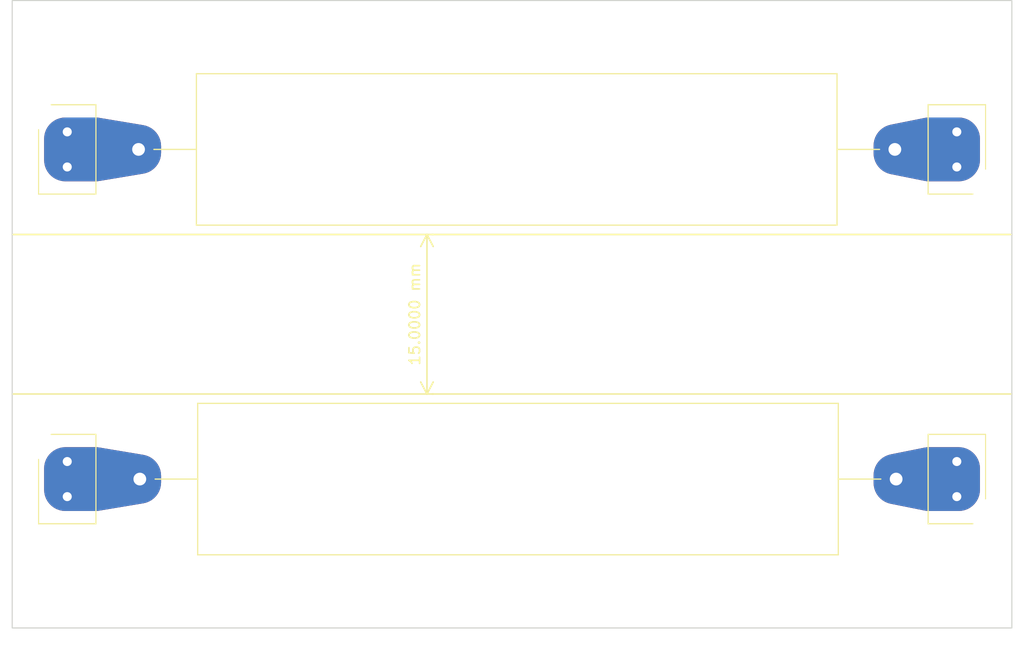
<source format=kicad_pcb>
(kicad_pcb (version 20221018) (generator pcbnew)
  (layers (0 "F.Cu" signal) (31 "B.Cu" signal) (34 "B.Paste" user) (35 "F.Paste" user) (36 "B.SilkS" user "B.Silkscreen") (37 "F.SilkS" user "F.Silkscreen") (38 "B.Mask" user) (39 "F.Mask" user) (44 "Edge.Cuts" user))
  (net 0 "")
  (net 1 "Net-(J1-Pin_1)")
  (net 2 "Net-(J2-Pin_1)")
  (net 3 "Net-(J3-Pin_1)")
  (net 4 "Net-(J4-Pin_1)")
  (footprint "SamacSys_Parts:DF33C2P33DSA24" (layer "F.Cu") (at 128.825 41.35 -90)
    (fp_text reference "J1" hide)
    (fp_text value "HV+" hide)
    (fp_line (start -2.55 -2.7) (end -2.55 -2.7) (stroke (width 0.1)) (layer "F.SilkS"))
    (fp_line (start -2.55 -2.7) (end -2.55 -2.7) (stroke (width 0.1)) (layer "F.SilkS"))
    (fp_line (start -2.55 -2.7) (end -2.55 2.7) (stroke (width 0.1)) (layer "F.SilkS"))
    (fp_line (start -2.55 -2.7) (end 3.5 -2.7) (stroke (width 0.1)) (layer "F.SilkS"))
    (fp_line (start -2.55 2.7) (end -2.55 -2.7) (stroke (width 0.1)) (layer "F.SilkS"))
    (fp_line (start -2.55 2.7) (end -2.55 2.7) (stroke (width 0.1)) (layer "F.SilkS"))
    (fp_line (start -2.55 2.7) (end -2.55 2.7) (stroke (width 0.1)) (layer "F.SilkS"))
    (fp_line (start -2.55 2.7) (end 5.85 2.7) (stroke (width 0.1)) (layer "F.SilkS"))
    (fp_line (start 3.5 -2.7) (end -2.55 -2.7) (stroke (width 0.1)) (layer "F.SilkS"))
    (fp_line (start 3.5 -2.7) (end 3.5 -2.7) (stroke (width 0.1)) (layer "F.SilkS"))
    (fp_line (start 5.85 -1.5) (end 5.85 -1.5) (stroke (width 0.1)) (layer "F.SilkS"))
    (fp_line (start 5.85 -1.5) (end 5.85 2.7) (stroke (width 0.1)) (layer "F.SilkS"))
    (fp_line (start 5.85 2.7) (end -2.55 2.7) (stroke (width 0.1)) (layer "F.SilkS"))
    (fp_line (start 5.85 2.7) (end 5.85 -1.5) (stroke (width 0.1)) (layer "F.SilkS"))
    (fp_line (start 5.85 2.7) (end 5.85 2.7) (stroke (width 0.1)) (layer "F.SilkS"))
    (fp_line (start 5.85 2.7) (end 5.85 2.7) (stroke (width 0.1)) (layer "F.SilkS"))
    (pad "" np_thru_hole circle (at 4.85 -2.35 270) (size 1.4 1.4) (drill 1.4) (layers "*.Cu" "*.Mask"))
    (pad "1" thru_hole rect (at 0 0 270) (size 1.381 1.381) (drill 0.85) (layers "*.Cu" "*.Mask") (net 1 "Net-(J1-Pin_1)"))
    (pad "2" thru_hole circle (at 3.3 0 270) (size 1.381 1.381) (drill 0.85) (layers "*.Cu" "*.Mask") (net 1 "Net-(J1-Pin_1)"))
  )
  (footprint "MountingHole:MountingHole_4.3mm_M4_DIN965" (layer "F.Cu") (at 44 33)
    (fp_text reference "H2" hide)
    (fp_text value "MountingHole")
    (pad "" np_thru_hole circle (at 0 0) (size 4.3 4.3) (drill 4.3) (layers "*.Cu" "*.Mask"))
  )
  (footprint "SamacSys_Parts:DF33C2P33DSA24" (layer "F.Cu") (at 45.175 44.65 90)
    (fp_text reference "J3" hide)
    (fp_text value "TSMP+" hide)
    (fp_line (start -2.55 -2.7) (end -2.55 -2.7) (stroke (width 0.1)) (layer "F.SilkS"))
    (fp_line (start -2.55 -2.7) (end -2.55 -2.7) (stroke (width 0.1)) (layer "F.SilkS"))
    (fp_line (start -2.55 -2.7) (end -2.55 2.7) (stroke (width 0.1)) (layer "F.SilkS"))
    (fp_line (start -2.55 -2.7) (end 3.5 -2.7) (stroke (width 0.1)) (layer "F.SilkS"))
    (fp_line (start -2.55 2.7) (end -2.55 -2.7) (stroke (width 0.1)) (layer "F.SilkS"))
    (fp_line (start -2.55 2.7) (end -2.55 2.7) (stroke (width 0.1)) (layer "F.SilkS"))
    (fp_line (start -2.55 2.7) (end -2.55 2.7) (stroke (width 0.1)) (layer "F.SilkS"))
    (fp_line (start -2.55 2.7) (end 5.85 2.7) (stroke (width 0.1)) (layer "F.SilkS"))
    (fp_line (start 3.5 -2.7) (end -2.55 -2.7) (stroke (width 0.1)) (layer "F.SilkS"))
    (fp_line (start 3.5 -2.7) (end 3.5 -2.7) (stroke (width 0.1)) (layer "F.SilkS"))
    (fp_line (start 5.85 -1.5) (end 5.85 -1.5) (stroke (width 0.1)) (layer "F.SilkS"))
    (fp_line (start 5.85 -1.5) (end 5.85 2.7) (stroke (width 0.1)) (layer "F.SilkS"))
    (fp_line (start 5.85 2.7) (end -2.55 2.7) (stroke (width 0.1)) (layer "F.SilkS"))
    (fp_line (start 5.85 2.7) (end 5.85 -1.5) (stroke (width 0.1)) (layer "F.SilkS"))
    (fp_line (start 5.85 2.7) (end 5.85 2.7) (stroke (width 0.1)) (layer "F.SilkS"))
    (fp_line (start 5.85 2.7) (end 5.85 2.7) (stroke (width 0.1)) (layer "F.SilkS"))
    (pad "" np_thru_hole circle (at 4.85 -2.35 90) (size 1.4 1.4) (drill 1.4) (layers "*.Cu" "*.Mask"))
    (pad "1" thru_hole rect (at 0 0 90) (size 1.381 1.381) (drill 0.85) (layers "*.Cu" "*.Mask") (net 3 "Net-(J3-Pin_1)"))
    (pad "2" thru_hole circle (at 3.3 0 90) (size 1.381 1.381) (drill 0.85) (layers "*.Cu" "*.Mask") (net 3 "Net-(J3-Pin_1)"))
  )
  (footprint "MountingHole:MountingHole_4.3mm_M4_DIN965" (layer "F.Cu") (at 44 84)
    (fp_text reference "H4" hide)
    (fp_text value "MountingHole")
    (pad "" np_thru_hole circle (at 0 0) (size 4.3 4.3) (drill 4.3) (layers "*.Cu" "*.Mask"))
  )
  (footprint "MountingHole:MountingHole_4.3mm_M4_DIN965" (layer "F.Cu") (at 130 33)
    (fp_text reference "H1" hide)
    (fp_text value "MountingHole")
    (pad "" np_thru_hole circle (at 0 0) (size 4.3 4.3) (drill 4.3) (layers "*.Cu" "*.Mask"))
  )
  (footprint "MountingHole:MountingHole_4.3mm_M4_DIN965" (layer "F.Cu") (at 130 84)
    (fp_text reference "H3" hide)
    (fp_text value "MountingHole")
    (pad "" np_thru_hole circle (at 0 0) (size 4.3 4.3) (drill 4.3) (layers "*.Cu" "*.Mask"))
  )
  (footprint "Resistor_THT:R_Axial_Power_L60.0mm_W14.0mm_P71.12mm" (layer "F.Cu") (at 51.88 43)
    (fp_text reference "R1" hide)
    (fp_text value "C14 15K")
    (fp_line (start 1.44 0) (end 5.44 0) (stroke (width 0.12)) (layer "F.SilkS"))
    (fp_line (start 5.44 -7.12) (end 5.44 7.12) (stroke (width 0.12)) (layer "F.SilkS"))
    (fp_line (start 5.44 7.12) (end 65.68 7.12) (stroke (width 0.12)) (layer "F.SilkS"))
    (fp_line (start 65.68 -7.12) (end 5.44 -7.12) (stroke (width 0.12)) (layer "F.SilkS"))
    (fp_line (start 65.68 7.12) (end 65.68 -7.12) (stroke (width 0.12)) (layer "F.SilkS"))
    (fp_line (start 69.68 0) (end 65.68 0) (stroke (width 0.12)) (layer "F.SilkS"))
    (pad "1" thru_hole circle (at 0 0) (size 2.4 2.4) (drill 1.2) (layers "*.Cu" "*.Mask") (net 3 "Net-(J3-Pin_1)"))
    (pad "2" thru_hole oval (at 71.12 0) (size 2.4 2.4) (drill 1.2) (layers "*.Cu" "*.Mask") (net 1 "Net-(J1-Pin_1)"))
  )
  (footprint "Resistor_THT:R_Axial_Power_L60.0mm_W14.0mm_P71.12mm" (layer "F.Cu") (at 52 74)
    (fp_text reference "R2" hide)
    (fp_text value "C14 15K")
    (fp_line (start 1.44 0) (end 5.44 0) (stroke (width 0.12)) (layer "F.SilkS"))
    (fp_line (start 5.44 -7.12) (end 5.44 7.12) (stroke (width 0.12)) (layer "F.SilkS"))
    (fp_line (start 5.44 7.12) (end 65.68 7.12) (stroke (width 0.12)) (layer "F.SilkS"))
    (fp_line (start 65.68 -7.12) (end 5.44 -7.12) (stroke (width 0.12)) (layer "F.SilkS"))
    (fp_line (start 65.68 7.12) (end 65.68 -7.12) (stroke (width 0.12)) (layer "F.SilkS"))
    (fp_line (start 69.68 0) (end 65.68 0) (stroke (width 0.12)) (layer "F.SilkS"))
    (pad "1" thru_hole circle (at 0 0) (size 2.4 2.4) (drill 1.2) (layers "*.Cu" "*.Mask") (net 4 "Net-(J4-Pin_1)"))
    (pad "2" thru_hole oval (at 71.12 0) (size 2.4 2.4) (drill 1.2) (layers "*.Cu" "*.Mask") (net 2 "Net-(J2-Pin_1)"))
  )
  (footprint "SamacSys_Parts:DF33C2P33DSA24" (layer "F.Cu") (at 45.175 75.65 90)
    (fp_text reference "J4" hide)
    (fp_text value "TSMP-" hide)
    (fp_line (start -2.55 -2.7) (end -2.55 -2.7) (stroke (width 0.1)) (layer "F.SilkS"))
    (fp_line (start -2.55 -2.7) (end -2.55 -2.7) (stroke (width 0.1)) (layer "F.SilkS"))
    (fp_line (start -2.55 -2.7) (end -2.55 2.7) (stroke (width 0.1)) (layer "F.SilkS"))
    (fp_line (start -2.55 -2.7) (end 3.5 -2.7) (stroke (width 0.1)) (layer "F.SilkS"))
    (fp_line (start -2.55 2.7) (end -2.55 -2.7) (stroke (width 0.1)) (layer "F.SilkS"))
    (fp_line (start -2.55 2.7) (end -2.55 2.7) (stroke (width 0.1)) (layer "F.SilkS"))
    (fp_line (start -2.55 2.7) (end -2.55 2.7) (stroke (width 0.1)) (layer "F.SilkS"))
    (fp_line (start -2.55 2.7) (end 5.85 2.7) (stroke (width 0.1)) (layer "F.SilkS"))
    (fp_line (start 3.5 -2.7) (end -2.55 -2.7) (stroke (width 0.1)) (layer "F.SilkS"))
    (fp_line (start 3.5 -2.7) (end 3.5 -2.7) (stroke (width 0.1)) (layer "F.SilkS"))
    (fp_line (start 5.85 -1.5) (end 5.85 -1.5) (stroke (width 0.1)) (layer "F.SilkS"))
    (fp_line (start 5.85 -1.5) (end 5.85 2.7) (stroke (width 0.1)) (layer "F.SilkS"))
    (fp_line (start 5.85 2.7) (end -2.55 2.7) (stroke (width 0.1)) (layer "F.SilkS"))
    (fp_line (start 5.85 2.7) (end 5.85 -1.5) (stroke (width 0.1)) (layer "F.SilkS"))
    (fp_line (start 5.85 2.7) (end 5.85 2.7) (stroke (width 0.1)) (layer "F.SilkS"))
    (fp_line (start 5.85 2.7) (end 5.85 2.7) (stroke (width 0.1)) (layer "F.SilkS"))
    (pad "" np_thru_hole circle (at 4.85 -2.35 90) (size 1.4 1.4) (drill 1.4) (layers "*.Cu" "*.Mask"))
    (pad "1" thru_hole rect (at 0 0 90) (size 1.381 1.381) (drill 0.85) (layers "*.Cu" "*.Mask") (net 4 "Net-(J4-Pin_1)"))
    (pad "2" thru_hole circle (at 3.3 0 90) (size 1.381 1.381) (drill 0.85) (layers "*.Cu" "*.Mask") (net 4 "Net-(J4-Pin_1)"))
  )
  (footprint "SamacSys_Parts:DF33C2P33DSA24" (layer "F.Cu") (at 128.825 72.35 -90)
    (fp_text reference "J2" hide)
    (fp_text value "HV-" hide)
    (fp_line (start -2.55 -2.7) (end -2.55 -2.7) (stroke (width 0.1)) (layer "F.SilkS"))
    (fp_line (start -2.55 -2.7) (end -2.55 -2.7) (stroke (width 0.1)) (layer "F.SilkS"))
    (fp_line (start -2.55 -2.7) (end -2.55 2.7) (stroke (width 0.1)) (layer "F.SilkS"))
    (fp_line (start -2.55 -2.7) (end 3.5 -2.7) (stroke (width 0.1)) (layer "F.SilkS"))
    (fp_line (start -2.55 2.7) (end -2.55 -2.7) (stroke (width 0.1)) (layer "F.SilkS"))
    (fp_line (start -2.55 2.7) (end -2.55 2.7) (stroke (width 0.1)) (layer "F.SilkS"))
    (fp_line (start -2.55 2.7) (end -2.55 2.7) (stroke (width 0.1)) (layer "F.SilkS"))
    (fp_line (start -2.55 2.7) (end 5.85 2.7) (stroke (width 0.1)) (layer "F.SilkS"))
    (fp_line (start 3.5 -2.7) (end -2.55 -2.7) (stroke (width 0.1)) (layer "F.SilkS"))
    (fp_line (start 3.5 -2.7) (end 3.5 -2.7) (stroke (width 0.1)) (layer "F.SilkS"))
    (fp_line (start 5.85 -1.5) (end 5.85 -1.5) (stroke (width 0.1)) (layer "F.SilkS"))
    (fp_line (start 5.85 -1.5) (end 5.85 2.7) (stroke (width 0.1)) (layer "F.SilkS"))
    (fp_line (start 5.85 2.7) (end -2.55 2.7) (stroke (width 0.1)) (layer "F.SilkS"))
    (fp_line (start 5.85 2.7) (end 5.85 -1.5) (stroke (width 0.1)) (layer "F.SilkS"))
    (fp_line (start 5.85 2.7) (end 5.85 2.7) (stroke (width 0.1)) (layer "F.SilkS"))
    (fp_line (start 5.85 2.7) (end 5.85 2.7) (stroke (width 0.1)) (layer "F.SilkS"))
    (pad "" np_thru_hole circle (at 4.85 -2.35 270) (size 1.4 1.4) (drill 1.4) (layers "*.Cu" "*.Mask"))
    (pad "1" thru_hole rect (at 0 0 270) (size 1.381 1.381) (drill 0.85) (layers "*.Cu" "*.Mask") (net 2 "Net-(J2-Pin_1)"))
    (pad "2" thru_hole circle (at 3.3 0 270) (size 1.381 1.381) (drill 0.85) (layers "*.Cu" "*.Mask") (net 2 "Net-(J2-Pin_1)"))
  )
  (gr_line (start 40 51) (end 134 51) (stroke (width 0.15)) (layer "F.SilkS"))
  (gr_line (start 40 66) (end 134 66) (stroke (width 0.15)) (layer "F.SilkS"))
  (gr_rect (start 40 29) (end 134 88) (stroke (width 0.1)) (fill none) (layer "Edge.Cuts"))
  (dimension (type aligned) (layer "F.SilkS") (pts (xy 79 51) (xy 79 66)) (height 0) (gr_text "15.0000 mm" (at 77.85 58.5 90) (layer "F.SilkS") (effects (font (size 1 1) (thickness 0.15)))) (format (prefix "") (suffix "") (units 3) (units_format 1) (precision 4)) (style (thickness 0.15) (arrow_length 1.27) (text_position_mode 0) (extension_height 0.58642) (extension_offset 0.5) keep_text_aligned))
  (zone (net 3) (net_name "Net-(J3-Pin_1)") (layers "F&B.Cu") (connect_pads yes (clearance 0.5)) (min_thickness 0.25) (fill yes (thermal_gap 0.5) (thermal_bridge_width 0.5) (smoothing fillet) (radius 2))
    (polygon (pts (xy 43 46) (xy 48 46) (xy 54 45) (xy 54 41) (xy 48 40) (xy 43 40)))
  )
  (zone (net 1) (net_name "Net-(J1-Pin_1)") (layers "F&B.Cu") (connect_pads yes (clearance 0.5)) (min_thickness 0.25) (fill yes (thermal_gap 0.5) (thermal_bridge_width 0.5) (smoothing fillet) (radius 2))
    (polygon (pts (xy 131 40) (xy 126 40) (xy 121 41) (xy 121 45) (xy 126 46) (xy 131 46)))
  )
  (zone (net 4) (net_name "Net-(J4-Pin_1)") (layers "F&B.Cu") (connect_pads yes (clearance 0.5)) (min_thickness 0.25) (fill yes (thermal_gap 0.5) (thermal_bridge_width 0.5) (smoothing fillet) (radius 2))
    (polygon (pts (xy 43 77) (xy 48 77) (xy 54 76) (xy 54 72) (xy 48 71) (xy 43 71)))
  )
  (zone (net 2) (net_name "Net-(J2-Pin_1)") (layers "F&B.Cu") (connect_pads yes (clearance 0.5)) (min_thickness 0.25) (fill yes (thermal_gap 0.5) (thermal_bridge_width 0.5) (smoothing fillet) (radius 2))
    (polygon (pts (xy 131 71) (xy 126 71) (xy 121 72) (xy 121 76) (xy 126 77) (xy 131 77)))
  )
)
</source>
